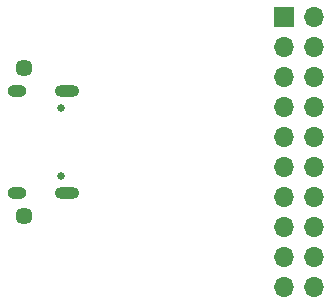
<source format=gbs>
%TF.GenerationSoftware,KiCad,Pcbnew,5.99.0-unknown-c33b2cfa8d~128~ubuntu20.04.1*%
%TF.CreationDate,2021-05-18T07:02:03+07:00*%
%TF.ProjectId,PmodUsbUlpi,506d6f64-5573-4625-956c-70692e6b6963,1*%
%TF.SameCoordinates,Original*%
%TF.FileFunction,Soldermask,Bot*%
%TF.FilePolarity,Negative*%
%FSLAX46Y46*%
G04 Gerber Fmt 4.6, Leading zero omitted, Abs format (unit mm)*
G04 Created by KiCad (PCBNEW 5.99.0-unknown-c33b2cfa8d~128~ubuntu20.04.1) date 2021-05-18 07:02:03*
%MOMM*%
%LPD*%
G01*
G04 APERTURE LIST*
%ADD10C,0.650000*%
%ADD11O,1.600000X1.000000*%
%ADD12O,2.100000X1.000000*%
%ADD13C,1.448000*%
%ADD14R,1.700000X1.700000*%
%ADD15O,1.700000X1.700000*%
G04 APERTURE END LIST*
D10*
X143105000Y-97110000D03*
X143105000Y-102890000D03*
D11*
X139425000Y-104320000D03*
D12*
X143605000Y-95680000D03*
X143605000Y-104320000D03*
D11*
X139425000Y-95680000D03*
D13*
X140000000Y-93750000D03*
X140000000Y-106250000D03*
D14*
X162000000Y-89400000D03*
D15*
X164540000Y-89400000D03*
X162000000Y-91940000D03*
X164540000Y-91940000D03*
X162000000Y-94480000D03*
X164540000Y-94480000D03*
X162000000Y-97020000D03*
X164540000Y-97020000D03*
X162000000Y-99560000D03*
X164540000Y-99560000D03*
X162000000Y-102100000D03*
X164540000Y-102100000D03*
X162000000Y-104640000D03*
X164540000Y-104640000D03*
X162000000Y-107180000D03*
X164540000Y-107180000D03*
X162000000Y-109720000D03*
X164540000Y-109720000D03*
X162000000Y-112260000D03*
X164540000Y-112260000D03*
M02*

</source>
